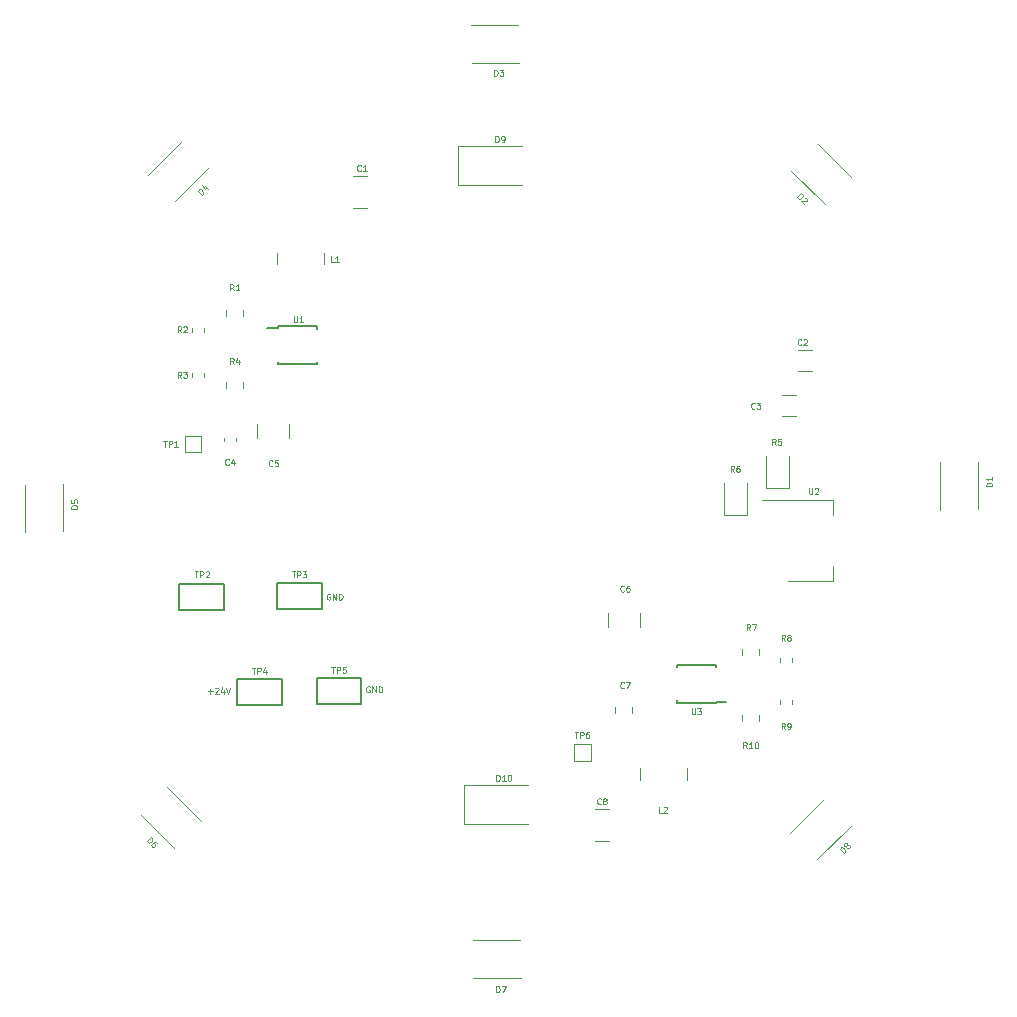
<source format=gto>
G04 #@! TF.GenerationSoftware,KiCad,Pcbnew,(5.0.0)*
G04 #@! TF.CreationDate,2019-01-27T21:53:57-08:00*
G04 #@! TF.ProjectId,Lannister_coaster,4C616E6E69737465725F636F61737465,rev?*
G04 #@! TF.SameCoordinates,Original*
G04 #@! TF.FileFunction,Legend,Top*
G04 #@! TF.FilePolarity,Positive*
%FSLAX46Y46*%
G04 Gerber Fmt 4.6, Leading zero omitted, Abs format (unit mm)*
G04 Created by KiCad (PCBNEW (5.0.0)) date 01/27/19 21:53:57*
%MOMM*%
%LPD*%
G01*
G04 APERTURE LIST*
%ADD10C,0.076200*%
%ADD11C,0.120000*%
%ADD12C,0.150000*%
%ADD13C,0.101600*%
G04 APERTURE END LIST*
D10*
X114878152Y-124039085D02*
X115265200Y-124039085D01*
X115071676Y-124232609D02*
X115071676Y-123845561D01*
X115482914Y-123772990D02*
X115507104Y-123748800D01*
X115555485Y-123724609D01*
X115676438Y-123724609D01*
X115724819Y-123748800D01*
X115749009Y-123772990D01*
X115773200Y-123821371D01*
X115773200Y-123869752D01*
X115749009Y-123942323D01*
X115458723Y-124232609D01*
X115773200Y-124232609D01*
X116208628Y-123893942D02*
X116208628Y-124232609D01*
X116087676Y-123700419D02*
X115966723Y-124063276D01*
X116281200Y-124063276D01*
X116402152Y-123724609D02*
X116571485Y-124232609D01*
X116740819Y-123724609D01*
X125190552Y-115798600D02*
X125142171Y-115774409D01*
X125069600Y-115774409D01*
X124997028Y-115798600D01*
X124948647Y-115846980D01*
X124924457Y-115895361D01*
X124900266Y-115992123D01*
X124900266Y-116064695D01*
X124924457Y-116161457D01*
X124948647Y-116209838D01*
X124997028Y-116258219D01*
X125069600Y-116282409D01*
X125117980Y-116282409D01*
X125190552Y-116258219D01*
X125214742Y-116234028D01*
X125214742Y-116064695D01*
X125117980Y-116064695D01*
X125432457Y-116282409D02*
X125432457Y-115774409D01*
X125722742Y-116282409D01*
X125722742Y-115774409D01*
X125964647Y-116282409D02*
X125964647Y-115774409D01*
X126085600Y-115774409D01*
X126158171Y-115798600D01*
X126206552Y-115846980D01*
X126230742Y-115895361D01*
X126254933Y-115992123D01*
X126254933Y-116064695D01*
X126230742Y-116161457D01*
X126206552Y-116209838D01*
X126158171Y-116258219D01*
X126085600Y-116282409D01*
X125964647Y-116282409D01*
X128543352Y-123647200D02*
X128494971Y-123623009D01*
X128422400Y-123623009D01*
X128349828Y-123647200D01*
X128301447Y-123695580D01*
X128277257Y-123743961D01*
X128253066Y-123840723D01*
X128253066Y-123913295D01*
X128277257Y-124010057D01*
X128301447Y-124058438D01*
X128349828Y-124106819D01*
X128422400Y-124131009D01*
X128470780Y-124131009D01*
X128543352Y-124106819D01*
X128567542Y-124082628D01*
X128567542Y-123913295D01*
X128470780Y-123913295D01*
X128785257Y-124131009D02*
X128785257Y-123623009D01*
X129075542Y-124131009D01*
X129075542Y-123623009D01*
X129317447Y-124131009D02*
X129317447Y-123623009D01*
X129438400Y-123623009D01*
X129510971Y-123647200D01*
X129559352Y-123695580D01*
X129583542Y-123743961D01*
X129607733Y-123840723D01*
X129607733Y-123913295D01*
X129583542Y-124010057D01*
X129559352Y-124058438D01*
X129510971Y-124106819D01*
X129438400Y-124131009D01*
X129317447Y-124131009D01*
D11*
G04 #@! TO.C,D1*
X176835000Y-104668500D02*
X176835000Y-108668500D01*
X180035000Y-104618500D02*
X180035000Y-108618500D01*
G04 #@! TO.C,D10*
X136554000Y-131954000D02*
X141954000Y-131954000D01*
X136554000Y-135254000D02*
X141954000Y-135254000D01*
X136554000Y-131954000D02*
X136554000Y-135254000D01*
G04 #@! TO.C,D9*
X136014000Y-77852000D02*
X136014000Y-81152000D01*
X136014000Y-81152000D02*
X141414000Y-81152000D01*
X136014000Y-77852000D02*
X141414000Y-77852000D01*
G04 #@! TO.C,C3*
X163481936Y-100732000D02*
X164686064Y-100732000D01*
X163481936Y-98912000D02*
X164686064Y-98912000D01*
G04 #@! TO.C,C2*
X164777336Y-95102000D02*
X165981464Y-95102000D01*
X164777336Y-96922000D02*
X165981464Y-96922000D01*
G04 #@! TO.C,R5*
X164028000Y-106841000D02*
X164028000Y-104156000D01*
X162108000Y-106841000D02*
X164028000Y-106841000D01*
X162108000Y-104156000D02*
X162108000Y-106841000D01*
G04 #@! TO.C,R6*
X158552000Y-106442000D02*
X158552000Y-109127000D01*
X158552000Y-109127000D02*
X160472000Y-109127000D01*
X160472000Y-109127000D02*
X160472000Y-106442000D01*
G04 #@! TO.C,U2*
X167772000Y-114662000D02*
X167772000Y-113402000D01*
X167772000Y-107842000D02*
X167772000Y-109102000D01*
X164012000Y-114662000D02*
X167772000Y-114662000D01*
X161762000Y-107842000D02*
X167772000Y-107842000D01*
D12*
G04 #@! TO.C,TP3*
X120705800Y-117101800D02*
X120705800Y-114901800D01*
X124505800Y-117101800D02*
X120705800Y-117101800D01*
X124505800Y-114901800D02*
X124505800Y-117101800D01*
X120705800Y-114901800D02*
X124505800Y-114901800D01*
G04 #@! TO.C,TP5*
X124058600Y-122877400D02*
X127858600Y-122877400D01*
X127858600Y-122877400D02*
X127858600Y-125077400D01*
X127858600Y-125077400D02*
X124058600Y-125077400D01*
X124058600Y-125077400D02*
X124058600Y-122877400D01*
G04 #@! TO.C,TP2*
X112400000Y-117178000D02*
X112400000Y-114978000D01*
X116200000Y-117178000D02*
X112400000Y-117178000D01*
X116200000Y-114978000D02*
X116200000Y-117178000D01*
X112400000Y-114978000D02*
X116200000Y-114978000D01*
G04 #@! TO.C,TP4*
X117327600Y-122979000D02*
X121127600Y-122979000D01*
X121127600Y-122979000D02*
X121127600Y-125179000D01*
X121127600Y-125179000D02*
X117327600Y-125179000D01*
X117327600Y-125179000D02*
X117327600Y-122979000D01*
D11*
G04 #@! TO.C,TP1*
X112914200Y-103798600D02*
X112914200Y-102398600D01*
X114314200Y-103798600D02*
X112914200Y-103798600D01*
X114314200Y-102398600D02*
X114314200Y-103798600D01*
X112914200Y-102398600D02*
X114314200Y-102398600D01*
G04 #@! TO.C,TP6*
X145858000Y-128509800D02*
X147258000Y-128509800D01*
X147258000Y-128509800D02*
X147258000Y-129909800D01*
X147258000Y-129909800D02*
X145858000Y-129909800D01*
X145858000Y-129909800D02*
X145858000Y-128509800D01*
G04 #@! TO.C,R8*
X164340000Y-121549279D02*
X164340000Y-121223721D01*
X163320000Y-121549279D02*
X163320000Y-121223721D01*
G04 #@! TO.C,R2*
X113536000Y-93634779D02*
X113536000Y-93309221D01*
X114556000Y-93634779D02*
X114556000Y-93309221D01*
G04 #@! TO.C,R3*
X113536000Y-97119221D02*
X113536000Y-97444779D01*
X114556000Y-97119221D02*
X114556000Y-97444779D01*
G04 #@! TO.C,R9*
X164340000Y-124779721D02*
X164340000Y-125105279D01*
X163320000Y-124779721D02*
X163320000Y-125105279D01*
G04 #@! TO.C,C4*
X117223000Y-102554721D02*
X117223000Y-102880279D01*
X116203000Y-102554721D02*
X116203000Y-102880279D01*
G04 #@! TO.C,D6*
X114232948Y-135008002D02*
X111404521Y-132179575D01*
X112005561Y-137306099D02*
X109177134Y-134477672D01*
G04 #@! TO.C,C7*
X150773200Y-125367522D02*
X150773200Y-125884678D01*
X149353200Y-125367522D02*
X149353200Y-125884678D01*
G04 #@! TO.C,C5*
X119036000Y-101381936D02*
X119036000Y-102586064D01*
X121756000Y-101381936D02*
X121756000Y-102586064D01*
G04 #@! TO.C,C6*
X148754000Y-118582064D02*
X148754000Y-117377936D01*
X151474000Y-118582064D02*
X151474000Y-117377936D01*
G04 #@! TO.C,C1*
X128364064Y-80428000D02*
X127159936Y-80428000D01*
X128364064Y-83148000D02*
X127159936Y-83148000D01*
G04 #@! TO.C,C8*
X147603936Y-134022000D02*
X148808064Y-134022000D01*
X147603936Y-136742000D02*
X148808064Y-136742000D01*
G04 #@! TO.C,L2*
X155426000Y-131541000D02*
X155426000Y-130561000D01*
X151406000Y-131541000D02*
X151406000Y-130561000D01*
G04 #@! TO.C,L1*
X124692000Y-86899000D02*
X124692000Y-87879000D01*
X120672000Y-86899000D02*
X120672000Y-87879000D01*
G04 #@! TO.C,D3*
X141199979Y-70815000D02*
X137199979Y-70815000D01*
X141149979Y-67615000D02*
X137149979Y-67615000D01*
G04 #@! TO.C,D5*
X99365000Y-106559996D02*
X99365000Y-110559996D01*
X102565000Y-106509996D02*
X102565000Y-110509996D01*
G04 #@! TO.C,D4*
X114930583Y-79686359D02*
X112102156Y-82514786D01*
X112632486Y-77458972D02*
X109804059Y-80287399D01*
G04 #@! TO.C,D2*
X169300340Y-80503811D02*
X166471913Y-77675384D01*
X167072953Y-82801908D02*
X164244526Y-79973481D01*
G04 #@! TO.C,D7*
X141327005Y-148285000D02*
X137327005Y-148285000D01*
X141277005Y-145085000D02*
X137277005Y-145085000D01*
G04 #@! TO.C,D8*
X169285949Y-135414671D02*
X166457522Y-138243098D01*
X166987852Y-133187284D02*
X164159425Y-136015711D01*
D12*
G04 #@! TO.C,U1*
X120803000Y-93242000D02*
X119878000Y-93242000D01*
X120803000Y-96367000D02*
X124053000Y-96367000D01*
X120803000Y-93117000D02*
X124053000Y-93117000D01*
X120803000Y-96367000D02*
X120803000Y-96152000D01*
X124053000Y-96367000D02*
X124053000Y-96152000D01*
X124053000Y-93117000D02*
X124053000Y-93332000D01*
X120803000Y-93117000D02*
X120803000Y-93242000D01*
G04 #@! TO.C,U3*
X157835000Y-125031000D02*
X157835000Y-124906000D01*
X154585000Y-125031000D02*
X154585000Y-124816000D01*
X154585000Y-121781000D02*
X154585000Y-121996000D01*
X157835000Y-121781000D02*
X157835000Y-121996000D01*
X157835000Y-125031000D02*
X154585000Y-125031000D01*
X157835000Y-121781000D02*
X154585000Y-121781000D01*
X157835000Y-124906000D02*
X158760000Y-124906000D01*
D11*
G04 #@! TO.C,R1*
X117804000Y-92285078D02*
X117804000Y-91767922D01*
X116384000Y-92285078D02*
X116384000Y-91767922D01*
G04 #@! TO.C,R10*
X161492000Y-126057922D02*
X161492000Y-126575078D01*
X160072000Y-126057922D02*
X160072000Y-126575078D01*
G04 #@! TO.C,R4*
X116384000Y-97863922D02*
X116384000Y-98381078D01*
X117804000Y-97863922D02*
X117804000Y-98381078D01*
G04 #@! TO.C,R7*
X160072000Y-120987078D02*
X160072000Y-120469922D01*
X161492000Y-120987078D02*
X161492000Y-120469922D01*
G04 #@! TO.C,D1*
D13*
X181264809Y-106673452D02*
X180756809Y-106673452D01*
X180756809Y-106552500D01*
X180781000Y-106479928D01*
X180829380Y-106431547D01*
X180877761Y-106407357D01*
X180974523Y-106383166D01*
X181047095Y-106383166D01*
X181143857Y-106407357D01*
X181192238Y-106431547D01*
X181240619Y-106479928D01*
X181264809Y-106552500D01*
X181264809Y-106673452D01*
X181264809Y-105899357D02*
X181264809Y-106189642D01*
X181264809Y-106044500D02*
X180756809Y-106044500D01*
X180829380Y-106092880D01*
X180877761Y-106141261D01*
X180901952Y-106189642D01*
G04 #@! TO.C,D10*
X139286342Y-131624009D02*
X139286342Y-131116009D01*
X139407295Y-131116009D01*
X139479866Y-131140200D01*
X139528247Y-131188580D01*
X139552438Y-131236961D01*
X139576628Y-131333723D01*
X139576628Y-131406295D01*
X139552438Y-131503057D01*
X139528247Y-131551438D01*
X139479866Y-131599819D01*
X139407295Y-131624009D01*
X139286342Y-131624009D01*
X140060438Y-131624009D02*
X139770152Y-131624009D01*
X139915295Y-131624009D02*
X139915295Y-131116009D01*
X139866914Y-131188580D01*
X139818533Y-131236961D01*
X139770152Y-131261152D01*
X140374914Y-131116009D02*
X140423295Y-131116009D01*
X140471676Y-131140200D01*
X140495866Y-131164390D01*
X140520057Y-131212771D01*
X140544247Y-131309533D01*
X140544247Y-131430485D01*
X140520057Y-131527247D01*
X140495866Y-131575628D01*
X140471676Y-131599819D01*
X140423295Y-131624009D01*
X140374914Y-131624009D01*
X140326533Y-131599819D01*
X140302342Y-131575628D01*
X140278152Y-131527247D01*
X140253961Y-131430485D01*
X140253961Y-131309533D01*
X140278152Y-131212771D01*
X140302342Y-131164390D01*
X140326533Y-131140200D01*
X140374914Y-131116009D01*
G04 #@! TO.C,D9*
X139198047Y-77547409D02*
X139198047Y-77039409D01*
X139319000Y-77039409D01*
X139391571Y-77063600D01*
X139439952Y-77111980D01*
X139464142Y-77160361D01*
X139488333Y-77257123D01*
X139488333Y-77329695D01*
X139464142Y-77426457D01*
X139439952Y-77474838D01*
X139391571Y-77523219D01*
X139319000Y-77547409D01*
X139198047Y-77547409D01*
X139730238Y-77547409D02*
X139827000Y-77547409D01*
X139875380Y-77523219D01*
X139899571Y-77499028D01*
X139947952Y-77426457D01*
X139972142Y-77329695D01*
X139972142Y-77136171D01*
X139947952Y-77087790D01*
X139923761Y-77063600D01*
X139875380Y-77039409D01*
X139778619Y-77039409D01*
X139730238Y-77063600D01*
X139706047Y-77087790D01*
X139681857Y-77136171D01*
X139681857Y-77257123D01*
X139706047Y-77305504D01*
X139730238Y-77329695D01*
X139778619Y-77353885D01*
X139875380Y-77353885D01*
X139923761Y-77329695D01*
X139947952Y-77305504D01*
X139972142Y-77257123D01*
G04 #@! TO.C,C3*
X161154533Y-100079628D02*
X161130342Y-100103819D01*
X161057771Y-100128009D01*
X161009390Y-100128009D01*
X160936819Y-100103819D01*
X160888438Y-100055438D01*
X160864247Y-100007057D01*
X160840057Y-99910295D01*
X160840057Y-99837723D01*
X160864247Y-99740961D01*
X160888438Y-99692580D01*
X160936819Y-99644200D01*
X161009390Y-99620009D01*
X161057771Y-99620009D01*
X161130342Y-99644200D01*
X161154533Y-99668390D01*
X161323866Y-99620009D02*
X161638342Y-99620009D01*
X161469009Y-99813533D01*
X161541580Y-99813533D01*
X161589961Y-99837723D01*
X161614152Y-99861914D01*
X161638342Y-99910295D01*
X161638342Y-100031247D01*
X161614152Y-100079628D01*
X161589961Y-100103819D01*
X161541580Y-100128009D01*
X161396438Y-100128009D01*
X161348057Y-100103819D01*
X161323866Y-100079628D01*
G04 #@! TO.C,C2*
X165091533Y-94669428D02*
X165067342Y-94693619D01*
X164994771Y-94717809D01*
X164946390Y-94717809D01*
X164873819Y-94693619D01*
X164825438Y-94645238D01*
X164801247Y-94596857D01*
X164777057Y-94500095D01*
X164777057Y-94427523D01*
X164801247Y-94330761D01*
X164825438Y-94282380D01*
X164873819Y-94234000D01*
X164946390Y-94209809D01*
X164994771Y-94209809D01*
X165067342Y-94234000D01*
X165091533Y-94258190D01*
X165285057Y-94258190D02*
X165309247Y-94234000D01*
X165357628Y-94209809D01*
X165478580Y-94209809D01*
X165526961Y-94234000D01*
X165551152Y-94258190D01*
X165575342Y-94306571D01*
X165575342Y-94354952D01*
X165551152Y-94427523D01*
X165260866Y-94717809D01*
X165575342Y-94717809D01*
G04 #@! TO.C,R5*
X162932533Y-103176009D02*
X162763200Y-102934104D01*
X162642247Y-103176009D02*
X162642247Y-102668009D01*
X162835771Y-102668009D01*
X162884152Y-102692200D01*
X162908342Y-102716390D01*
X162932533Y-102764771D01*
X162932533Y-102837342D01*
X162908342Y-102885723D01*
X162884152Y-102909914D01*
X162835771Y-102934104D01*
X162642247Y-102934104D01*
X163392152Y-102668009D02*
X163150247Y-102668009D01*
X163126057Y-102909914D01*
X163150247Y-102885723D01*
X163198628Y-102861533D01*
X163319580Y-102861533D01*
X163367961Y-102885723D01*
X163392152Y-102909914D01*
X163416342Y-102958295D01*
X163416342Y-103079247D01*
X163392152Y-103127628D01*
X163367961Y-103151819D01*
X163319580Y-103176009D01*
X163198628Y-103176009D01*
X163150247Y-103151819D01*
X163126057Y-103127628D01*
G04 #@! TO.C,R6*
X159401933Y-105462009D02*
X159232600Y-105220104D01*
X159111647Y-105462009D02*
X159111647Y-104954009D01*
X159305171Y-104954009D01*
X159353552Y-104978200D01*
X159377742Y-105002390D01*
X159401933Y-105050771D01*
X159401933Y-105123342D01*
X159377742Y-105171723D01*
X159353552Y-105195914D01*
X159305171Y-105220104D01*
X159111647Y-105220104D01*
X159837361Y-104954009D02*
X159740600Y-104954009D01*
X159692219Y-104978200D01*
X159668028Y-105002390D01*
X159619647Y-105074961D01*
X159595457Y-105171723D01*
X159595457Y-105365247D01*
X159619647Y-105413628D01*
X159643838Y-105437819D01*
X159692219Y-105462009D01*
X159788980Y-105462009D01*
X159837361Y-105437819D01*
X159861552Y-105413628D01*
X159885742Y-105365247D01*
X159885742Y-105244295D01*
X159861552Y-105195914D01*
X159837361Y-105171723D01*
X159788980Y-105147533D01*
X159692219Y-105147533D01*
X159643838Y-105171723D01*
X159619647Y-105195914D01*
X159595457Y-105244295D01*
G04 #@! TO.C,U2*
X165754352Y-106833609D02*
X165754352Y-107244847D01*
X165778542Y-107293228D01*
X165802733Y-107317419D01*
X165851114Y-107341609D01*
X165947876Y-107341609D01*
X165996257Y-107317419D01*
X166020447Y-107293228D01*
X166044638Y-107244847D01*
X166044638Y-106833609D01*
X166262352Y-106881990D02*
X166286542Y-106857800D01*
X166334923Y-106833609D01*
X166455876Y-106833609D01*
X166504257Y-106857800D01*
X166528447Y-106881990D01*
X166552638Y-106930371D01*
X166552638Y-106978752D01*
X166528447Y-107051323D01*
X166238161Y-107341609D01*
X166552638Y-107341609D01*
G04 #@! TO.C,TP3*
X121964752Y-113894809D02*
X122255038Y-113894809D01*
X122109895Y-114402809D02*
X122109895Y-113894809D01*
X122424371Y-114402809D02*
X122424371Y-113894809D01*
X122617895Y-113894809D01*
X122666276Y-113919000D01*
X122690466Y-113943190D01*
X122714657Y-113991571D01*
X122714657Y-114064142D01*
X122690466Y-114112523D01*
X122666276Y-114136714D01*
X122617895Y-114160904D01*
X122424371Y-114160904D01*
X122883990Y-113894809D02*
X123198466Y-113894809D01*
X123029133Y-114088333D01*
X123101704Y-114088333D01*
X123150085Y-114112523D01*
X123174276Y-114136714D01*
X123198466Y-114185095D01*
X123198466Y-114306047D01*
X123174276Y-114354428D01*
X123150085Y-114378619D01*
X123101704Y-114402809D01*
X122956561Y-114402809D01*
X122908180Y-114378619D01*
X122883990Y-114354428D01*
G04 #@! TO.C,TP5*
X125317552Y-121972009D02*
X125607838Y-121972009D01*
X125462695Y-122480009D02*
X125462695Y-121972009D01*
X125777171Y-122480009D02*
X125777171Y-121972009D01*
X125970695Y-121972009D01*
X126019076Y-121996200D01*
X126043266Y-122020390D01*
X126067457Y-122068771D01*
X126067457Y-122141342D01*
X126043266Y-122189723D01*
X126019076Y-122213914D01*
X125970695Y-122238104D01*
X125777171Y-122238104D01*
X126527076Y-121972009D02*
X126285171Y-121972009D01*
X126260980Y-122213914D01*
X126285171Y-122189723D01*
X126333552Y-122165533D01*
X126454504Y-122165533D01*
X126502885Y-122189723D01*
X126527076Y-122213914D01*
X126551266Y-122262295D01*
X126551266Y-122383247D01*
X126527076Y-122431628D01*
X126502885Y-122455819D01*
X126454504Y-122480009D01*
X126333552Y-122480009D01*
X126285171Y-122455819D01*
X126260980Y-122431628D01*
G04 #@! TO.C,TP2*
X113735152Y-113894809D02*
X114025438Y-113894809D01*
X113880295Y-114402809D02*
X113880295Y-113894809D01*
X114194771Y-114402809D02*
X114194771Y-113894809D01*
X114388295Y-113894809D01*
X114436676Y-113919000D01*
X114460866Y-113943190D01*
X114485057Y-113991571D01*
X114485057Y-114064142D01*
X114460866Y-114112523D01*
X114436676Y-114136714D01*
X114388295Y-114160904D01*
X114194771Y-114160904D01*
X114678580Y-113943190D02*
X114702771Y-113919000D01*
X114751152Y-113894809D01*
X114872104Y-113894809D01*
X114920485Y-113919000D01*
X114944676Y-113943190D01*
X114968866Y-113991571D01*
X114968866Y-114039952D01*
X114944676Y-114112523D01*
X114654390Y-114402809D01*
X114968866Y-114402809D01*
G04 #@! TO.C,TP4*
X118586552Y-122048209D02*
X118876838Y-122048209D01*
X118731695Y-122556209D02*
X118731695Y-122048209D01*
X119046171Y-122556209D02*
X119046171Y-122048209D01*
X119239695Y-122048209D01*
X119288076Y-122072400D01*
X119312266Y-122096590D01*
X119336457Y-122144971D01*
X119336457Y-122217542D01*
X119312266Y-122265923D01*
X119288076Y-122290114D01*
X119239695Y-122314304D01*
X119046171Y-122314304D01*
X119771885Y-122217542D02*
X119771885Y-122556209D01*
X119650933Y-122024019D02*
X119529980Y-122386876D01*
X119844457Y-122386876D01*
G04 #@! TO.C,TP1*
X111068152Y-102820409D02*
X111358438Y-102820409D01*
X111213295Y-103328409D02*
X111213295Y-102820409D01*
X111527771Y-103328409D02*
X111527771Y-102820409D01*
X111721295Y-102820409D01*
X111769676Y-102844600D01*
X111793866Y-102868790D01*
X111818057Y-102917171D01*
X111818057Y-102989742D01*
X111793866Y-103038123D01*
X111769676Y-103062314D01*
X111721295Y-103086504D01*
X111527771Y-103086504D01*
X112301866Y-103328409D02*
X112011580Y-103328409D01*
X112156723Y-103328409D02*
X112156723Y-102820409D01*
X112108342Y-102892980D01*
X112059961Y-102941361D01*
X112011580Y-102965552D01*
G04 #@! TO.C,TP6*
X145916952Y-127483609D02*
X146207238Y-127483609D01*
X146062095Y-127991609D02*
X146062095Y-127483609D01*
X146376571Y-127991609D02*
X146376571Y-127483609D01*
X146570095Y-127483609D01*
X146618476Y-127507800D01*
X146642666Y-127531990D01*
X146666857Y-127580371D01*
X146666857Y-127652942D01*
X146642666Y-127701323D01*
X146618476Y-127725514D01*
X146570095Y-127749704D01*
X146376571Y-127749704D01*
X147102285Y-127483609D02*
X147005523Y-127483609D01*
X146957142Y-127507800D01*
X146932952Y-127531990D01*
X146884571Y-127604561D01*
X146860380Y-127701323D01*
X146860380Y-127894847D01*
X146884571Y-127943228D01*
X146908761Y-127967419D01*
X146957142Y-127991609D01*
X147053904Y-127991609D01*
X147102285Y-127967419D01*
X147126476Y-127943228D01*
X147150666Y-127894847D01*
X147150666Y-127773895D01*
X147126476Y-127725514D01*
X147102285Y-127701323D01*
X147053904Y-127677133D01*
X146957142Y-127677133D01*
X146908761Y-127701323D01*
X146884571Y-127725514D01*
X146860380Y-127773895D01*
G04 #@! TO.C,R8*
X163719933Y-119762209D02*
X163550600Y-119520304D01*
X163429647Y-119762209D02*
X163429647Y-119254209D01*
X163623171Y-119254209D01*
X163671552Y-119278400D01*
X163695742Y-119302590D01*
X163719933Y-119350971D01*
X163719933Y-119423542D01*
X163695742Y-119471923D01*
X163671552Y-119496114D01*
X163623171Y-119520304D01*
X163429647Y-119520304D01*
X164010219Y-119471923D02*
X163961838Y-119447733D01*
X163937647Y-119423542D01*
X163913457Y-119375161D01*
X163913457Y-119350971D01*
X163937647Y-119302590D01*
X163961838Y-119278400D01*
X164010219Y-119254209D01*
X164106980Y-119254209D01*
X164155361Y-119278400D01*
X164179552Y-119302590D01*
X164203742Y-119350971D01*
X164203742Y-119375161D01*
X164179552Y-119423542D01*
X164155361Y-119447733D01*
X164106980Y-119471923D01*
X164010219Y-119471923D01*
X163961838Y-119496114D01*
X163937647Y-119520304D01*
X163913457Y-119568685D01*
X163913457Y-119665447D01*
X163937647Y-119713828D01*
X163961838Y-119738019D01*
X164010219Y-119762209D01*
X164106980Y-119762209D01*
X164155361Y-119738019D01*
X164179552Y-119713828D01*
X164203742Y-119665447D01*
X164203742Y-119568685D01*
X164179552Y-119520304D01*
X164155361Y-119496114D01*
X164106980Y-119471923D01*
G04 #@! TO.C,R2*
X112589733Y-93651009D02*
X112420400Y-93409104D01*
X112299447Y-93651009D02*
X112299447Y-93143009D01*
X112492971Y-93143009D01*
X112541352Y-93167200D01*
X112565542Y-93191390D01*
X112589733Y-93239771D01*
X112589733Y-93312342D01*
X112565542Y-93360723D01*
X112541352Y-93384914D01*
X112492971Y-93409104D01*
X112299447Y-93409104D01*
X112783257Y-93191390D02*
X112807447Y-93167200D01*
X112855828Y-93143009D01*
X112976780Y-93143009D01*
X113025161Y-93167200D01*
X113049352Y-93191390D01*
X113073542Y-93239771D01*
X113073542Y-93288152D01*
X113049352Y-93360723D01*
X112759066Y-93651009D01*
X113073542Y-93651009D01*
G04 #@! TO.C,R3*
X112615133Y-97486409D02*
X112445800Y-97244504D01*
X112324847Y-97486409D02*
X112324847Y-96978409D01*
X112518371Y-96978409D01*
X112566752Y-97002600D01*
X112590942Y-97026790D01*
X112615133Y-97075171D01*
X112615133Y-97147742D01*
X112590942Y-97196123D01*
X112566752Y-97220314D01*
X112518371Y-97244504D01*
X112324847Y-97244504D01*
X112784466Y-96978409D02*
X113098942Y-96978409D01*
X112929609Y-97171933D01*
X113002180Y-97171933D01*
X113050561Y-97196123D01*
X113074752Y-97220314D01*
X113098942Y-97268695D01*
X113098942Y-97389647D01*
X113074752Y-97438028D01*
X113050561Y-97462219D01*
X113002180Y-97486409D01*
X112857038Y-97486409D01*
X112808657Y-97462219D01*
X112784466Y-97438028D01*
G04 #@! TO.C,R9*
X163719933Y-127255209D02*
X163550600Y-127013304D01*
X163429647Y-127255209D02*
X163429647Y-126747209D01*
X163623171Y-126747209D01*
X163671552Y-126771400D01*
X163695742Y-126795590D01*
X163719933Y-126843971D01*
X163719933Y-126916542D01*
X163695742Y-126964923D01*
X163671552Y-126989114D01*
X163623171Y-127013304D01*
X163429647Y-127013304D01*
X163961838Y-127255209D02*
X164058600Y-127255209D01*
X164106980Y-127231019D01*
X164131171Y-127206828D01*
X164179552Y-127134257D01*
X164203742Y-127037495D01*
X164203742Y-126843971D01*
X164179552Y-126795590D01*
X164155361Y-126771400D01*
X164106980Y-126747209D01*
X164010219Y-126747209D01*
X163961838Y-126771400D01*
X163937647Y-126795590D01*
X163913457Y-126843971D01*
X163913457Y-126964923D01*
X163937647Y-127013304D01*
X163961838Y-127037495D01*
X164010219Y-127061685D01*
X164106980Y-127061685D01*
X164155361Y-127037495D01*
X164179552Y-127013304D01*
X164203742Y-126964923D01*
G04 #@! TO.C,C4*
X116628333Y-104829428D02*
X116604142Y-104853619D01*
X116531571Y-104877809D01*
X116483190Y-104877809D01*
X116410619Y-104853619D01*
X116362238Y-104805238D01*
X116338047Y-104756857D01*
X116313857Y-104660095D01*
X116313857Y-104587523D01*
X116338047Y-104490761D01*
X116362238Y-104442380D01*
X116410619Y-104394000D01*
X116483190Y-104369809D01*
X116531571Y-104369809D01*
X116604142Y-104394000D01*
X116628333Y-104418190D01*
X117063761Y-104539142D02*
X117063761Y-104877809D01*
X116942809Y-104345619D02*
X116821857Y-104708476D01*
X117136333Y-104708476D01*
G04 #@! TO.C,D6*
X109682883Y-136722634D02*
X110042094Y-136363424D01*
X110127620Y-136448950D01*
X110161830Y-136517371D01*
X110161830Y-136585792D01*
X110144725Y-136637108D01*
X110093409Y-136722634D01*
X110042094Y-136773950D01*
X109956567Y-136825266D01*
X109905252Y-136842371D01*
X109836831Y-136842371D01*
X109768410Y-136808160D01*
X109682883Y-136722634D01*
X110555251Y-136876581D02*
X110486830Y-136808160D01*
X110435514Y-136791055D01*
X110401304Y-136791055D01*
X110315777Y-136808160D01*
X110230251Y-136859476D01*
X110093409Y-136996318D01*
X110076304Y-137047634D01*
X110076304Y-137081844D01*
X110093409Y-137133160D01*
X110161830Y-137201581D01*
X110213146Y-137218686D01*
X110247356Y-137218686D01*
X110298672Y-137201581D01*
X110384198Y-137116055D01*
X110401304Y-137064739D01*
X110401304Y-137030528D01*
X110384198Y-136979213D01*
X110315777Y-136910792D01*
X110264462Y-136893686D01*
X110230251Y-136893686D01*
X110178935Y-136910792D01*
G04 #@! TO.C,C7*
X150080133Y-123727028D02*
X150055942Y-123751219D01*
X149983371Y-123775409D01*
X149934990Y-123775409D01*
X149862419Y-123751219D01*
X149814038Y-123702838D01*
X149789847Y-123654457D01*
X149765657Y-123557695D01*
X149765657Y-123485123D01*
X149789847Y-123388361D01*
X149814038Y-123339980D01*
X149862419Y-123291600D01*
X149934990Y-123267409D01*
X149983371Y-123267409D01*
X150055942Y-123291600D01*
X150080133Y-123315790D01*
X150249466Y-123267409D02*
X150588133Y-123267409D01*
X150370419Y-123775409D01*
G04 #@! TO.C,C5*
X120311333Y-104931028D02*
X120287142Y-104955219D01*
X120214571Y-104979409D01*
X120166190Y-104979409D01*
X120093619Y-104955219D01*
X120045238Y-104906838D01*
X120021047Y-104858457D01*
X119996857Y-104761695D01*
X119996857Y-104689123D01*
X120021047Y-104592361D01*
X120045238Y-104543980D01*
X120093619Y-104495600D01*
X120166190Y-104471409D01*
X120214571Y-104471409D01*
X120287142Y-104495600D01*
X120311333Y-104519790D01*
X120770952Y-104471409D02*
X120529047Y-104471409D01*
X120504857Y-104713314D01*
X120529047Y-104689123D01*
X120577428Y-104664933D01*
X120698380Y-104664933D01*
X120746761Y-104689123D01*
X120770952Y-104713314D01*
X120795142Y-104761695D01*
X120795142Y-104882647D01*
X120770952Y-104931028D01*
X120746761Y-104955219D01*
X120698380Y-104979409D01*
X120577428Y-104979409D01*
X120529047Y-104955219D01*
X120504857Y-104931028D01*
G04 #@! TO.C,C6*
X150080133Y-115548228D02*
X150055942Y-115572419D01*
X149983371Y-115596609D01*
X149934990Y-115596609D01*
X149862419Y-115572419D01*
X149814038Y-115524038D01*
X149789847Y-115475657D01*
X149765657Y-115378895D01*
X149765657Y-115306323D01*
X149789847Y-115209561D01*
X149814038Y-115161180D01*
X149862419Y-115112800D01*
X149934990Y-115088609D01*
X149983371Y-115088609D01*
X150055942Y-115112800D01*
X150080133Y-115136990D01*
X150515561Y-115088609D02*
X150418800Y-115088609D01*
X150370419Y-115112800D01*
X150346228Y-115136990D01*
X150297847Y-115209561D01*
X150273657Y-115306323D01*
X150273657Y-115499847D01*
X150297847Y-115548228D01*
X150322038Y-115572419D01*
X150370419Y-115596609D01*
X150467180Y-115596609D01*
X150515561Y-115572419D01*
X150539752Y-115548228D01*
X150563942Y-115499847D01*
X150563942Y-115378895D01*
X150539752Y-115330514D01*
X150515561Y-115306323D01*
X150467180Y-115282133D01*
X150370419Y-115282133D01*
X150322038Y-115306323D01*
X150297847Y-115330514D01*
X150273657Y-115378895D01*
G04 #@! TO.C,C1*
X127804333Y-79937428D02*
X127780142Y-79961619D01*
X127707571Y-79985809D01*
X127659190Y-79985809D01*
X127586619Y-79961619D01*
X127538238Y-79913238D01*
X127514047Y-79864857D01*
X127489857Y-79768095D01*
X127489857Y-79695523D01*
X127514047Y-79598761D01*
X127538238Y-79550380D01*
X127586619Y-79502000D01*
X127659190Y-79477809D01*
X127707571Y-79477809D01*
X127780142Y-79502000D01*
X127804333Y-79526190D01*
X128288142Y-79985809D02*
X127997857Y-79985809D01*
X128143000Y-79985809D02*
X128143000Y-79477809D01*
X128094619Y-79550380D01*
X128046238Y-79598761D01*
X127997857Y-79622952D01*
G04 #@! TO.C,C8*
X148121333Y-133556828D02*
X148097142Y-133581019D01*
X148024571Y-133605209D01*
X147976190Y-133605209D01*
X147903619Y-133581019D01*
X147855238Y-133532638D01*
X147831047Y-133484257D01*
X147806857Y-133387495D01*
X147806857Y-133314923D01*
X147831047Y-133218161D01*
X147855238Y-133169780D01*
X147903619Y-133121400D01*
X147976190Y-133097209D01*
X148024571Y-133097209D01*
X148097142Y-133121400D01*
X148121333Y-133145590D01*
X148411619Y-133314923D02*
X148363238Y-133290733D01*
X148339047Y-133266542D01*
X148314857Y-133218161D01*
X148314857Y-133193971D01*
X148339047Y-133145590D01*
X148363238Y-133121400D01*
X148411619Y-133097209D01*
X148508380Y-133097209D01*
X148556761Y-133121400D01*
X148580952Y-133145590D01*
X148605142Y-133193971D01*
X148605142Y-133218161D01*
X148580952Y-133266542D01*
X148556761Y-133290733D01*
X148508380Y-133314923D01*
X148411619Y-133314923D01*
X148363238Y-133339114D01*
X148339047Y-133363304D01*
X148314857Y-133411685D01*
X148314857Y-133508447D01*
X148339047Y-133556828D01*
X148363238Y-133581019D01*
X148411619Y-133605209D01*
X148508380Y-133605209D01*
X148556761Y-133581019D01*
X148580952Y-133556828D01*
X148605142Y-133508447D01*
X148605142Y-133411685D01*
X148580952Y-133363304D01*
X148556761Y-133339114D01*
X148508380Y-133314923D01*
G04 #@! TO.C,L2*
X153305933Y-134316409D02*
X153064028Y-134316409D01*
X153064028Y-133808409D01*
X153451076Y-133856790D02*
X153475266Y-133832600D01*
X153523647Y-133808409D01*
X153644600Y-133808409D01*
X153692980Y-133832600D01*
X153717171Y-133856790D01*
X153741361Y-133905171D01*
X153741361Y-133953552D01*
X153717171Y-134026123D01*
X153426885Y-134316409D01*
X153741361Y-134316409D01*
G04 #@! TO.C,L1*
X125492933Y-87682009D02*
X125251028Y-87682009D01*
X125251028Y-87174009D01*
X125928361Y-87682009D02*
X125638076Y-87682009D01*
X125783219Y-87682009D02*
X125783219Y-87174009D01*
X125734838Y-87246580D01*
X125686457Y-87294961D01*
X125638076Y-87319152D01*
G04 #@! TO.C,D3*
X139096447Y-71934009D02*
X139096447Y-71426009D01*
X139217400Y-71426009D01*
X139289971Y-71450200D01*
X139338352Y-71498580D01*
X139362542Y-71546961D01*
X139386733Y-71643723D01*
X139386733Y-71716295D01*
X139362542Y-71813057D01*
X139338352Y-71861438D01*
X139289971Y-71909819D01*
X139217400Y-71934009D01*
X139096447Y-71934009D01*
X139556066Y-71426009D02*
X139870542Y-71426009D01*
X139701209Y-71619533D01*
X139773780Y-71619533D01*
X139822161Y-71643723D01*
X139846352Y-71667914D01*
X139870542Y-71716295D01*
X139870542Y-71837247D01*
X139846352Y-71885628D01*
X139822161Y-71909819D01*
X139773780Y-71934009D01*
X139628638Y-71934009D01*
X139580257Y-71909819D01*
X139556066Y-71885628D01*
G04 #@! TO.C,D5*
X103794809Y-108564948D02*
X103286809Y-108564948D01*
X103286809Y-108443996D01*
X103311000Y-108371424D01*
X103359380Y-108323043D01*
X103407761Y-108298853D01*
X103504523Y-108274662D01*
X103577095Y-108274662D01*
X103673857Y-108298853D01*
X103722238Y-108323043D01*
X103770619Y-108371424D01*
X103794809Y-108443996D01*
X103794809Y-108564948D01*
X103286809Y-107815043D02*
X103286809Y-108056948D01*
X103528714Y-108081138D01*
X103504523Y-108056948D01*
X103480333Y-108008567D01*
X103480333Y-107887615D01*
X103504523Y-107839234D01*
X103528714Y-107815043D01*
X103577095Y-107790853D01*
X103698047Y-107790853D01*
X103746428Y-107815043D01*
X103770619Y-107839234D01*
X103794809Y-107887615D01*
X103794809Y-108008567D01*
X103770619Y-108056948D01*
X103746428Y-108081138D01*
G04 #@! TO.C,D4*
X114347118Y-82009036D02*
X113987908Y-81649825D01*
X114073434Y-81564299D01*
X114141855Y-81530089D01*
X114210276Y-81530089D01*
X114261592Y-81547194D01*
X114347118Y-81598510D01*
X114398434Y-81649825D01*
X114449750Y-81735352D01*
X114466855Y-81786667D01*
X114466855Y-81855088D01*
X114432644Y-81923509D01*
X114347118Y-82009036D01*
X114620802Y-81256405D02*
X114860275Y-81495878D01*
X114398434Y-81205089D02*
X114569486Y-81547194D01*
X114791854Y-81324826D01*
G04 #@! TO.C,D2*
X164750275Y-82218443D02*
X165109486Y-81859233D01*
X165195012Y-81944759D01*
X165229222Y-82013180D01*
X165229222Y-82081601D01*
X165212117Y-82132917D01*
X165160801Y-82218443D01*
X165109486Y-82269759D01*
X165023959Y-82321074D01*
X164972644Y-82338180D01*
X164904223Y-82338180D01*
X164835802Y-82303969D01*
X164750275Y-82218443D01*
X165417380Y-82235548D02*
X165451590Y-82235548D01*
X165502906Y-82252654D01*
X165588432Y-82338180D01*
X165605538Y-82389495D01*
X165605538Y-82423706D01*
X165588432Y-82475022D01*
X165554222Y-82509232D01*
X165485801Y-82543443D01*
X165075275Y-82543443D01*
X165297643Y-82765811D01*
G04 #@! TO.C,D7*
X139272052Y-149514809D02*
X139272052Y-149006809D01*
X139393005Y-149006809D01*
X139465576Y-149031000D01*
X139513957Y-149079380D01*
X139538147Y-149127761D01*
X139562338Y-149224523D01*
X139562338Y-149297095D01*
X139538147Y-149393857D01*
X139513957Y-149442238D01*
X139465576Y-149490619D01*
X139393005Y-149514809D01*
X139272052Y-149514809D01*
X139731671Y-149006809D02*
X140070338Y-149006809D01*
X139852624Y-149514809D01*
G04 #@! TO.C,D8*
X168702484Y-137737348D02*
X168343274Y-137378137D01*
X168428800Y-137292611D01*
X168497221Y-137258401D01*
X168565642Y-137258401D01*
X168616958Y-137275506D01*
X168702484Y-137326822D01*
X168753800Y-137378137D01*
X168805115Y-137463664D01*
X168822221Y-137514979D01*
X168822221Y-137583400D01*
X168788010Y-137651821D01*
X168702484Y-137737348D01*
X168907747Y-137121559D02*
X168856431Y-137138664D01*
X168822221Y-137138664D01*
X168770905Y-137121559D01*
X168753800Y-137104454D01*
X168736695Y-137053138D01*
X168736695Y-137018927D01*
X168753800Y-136967612D01*
X168822221Y-136899191D01*
X168873536Y-136882085D01*
X168907747Y-136882085D01*
X168959063Y-136899191D01*
X168976168Y-136916296D01*
X168993273Y-136967612D01*
X168993273Y-137001822D01*
X168976168Y-137053138D01*
X168907747Y-137121559D01*
X168890642Y-137172875D01*
X168890642Y-137207085D01*
X168907747Y-137258401D01*
X168976168Y-137326822D01*
X169027484Y-137343927D01*
X169061694Y-137343927D01*
X169113010Y-137326822D01*
X169181431Y-137258401D01*
X169198536Y-137207085D01*
X169198536Y-137172875D01*
X169181431Y-137121559D01*
X169113010Y-137053138D01*
X169061694Y-137036033D01*
X169027484Y-137036033D01*
X168976168Y-137053138D01*
G04 #@! TO.C,U1*
X122117152Y-92304809D02*
X122117152Y-92716047D01*
X122141342Y-92764428D01*
X122165533Y-92788619D01*
X122213914Y-92812809D01*
X122310676Y-92812809D01*
X122359057Y-92788619D01*
X122383247Y-92764428D01*
X122407438Y-92716047D01*
X122407438Y-92304809D01*
X122915438Y-92812809D02*
X122625152Y-92812809D01*
X122770295Y-92812809D02*
X122770295Y-92304809D01*
X122721914Y-92377380D01*
X122673533Y-92425761D01*
X122625152Y-92449952D01*
G04 #@! TO.C,U3*
X155822952Y-125477209D02*
X155822952Y-125888447D01*
X155847142Y-125936828D01*
X155871333Y-125961019D01*
X155919714Y-125985209D01*
X156016476Y-125985209D01*
X156064857Y-125961019D01*
X156089047Y-125936828D01*
X156113238Y-125888447D01*
X156113238Y-125477209D01*
X156306761Y-125477209D02*
X156621238Y-125477209D01*
X156451904Y-125670733D01*
X156524476Y-125670733D01*
X156572857Y-125694923D01*
X156597047Y-125719114D01*
X156621238Y-125767495D01*
X156621238Y-125888447D01*
X156597047Y-125936828D01*
X156572857Y-125961019D01*
X156524476Y-125985209D01*
X156379333Y-125985209D01*
X156330952Y-125961019D01*
X156306761Y-125936828D01*
G04 #@! TO.C,R1*
X117034733Y-90095009D02*
X116865400Y-89853104D01*
X116744447Y-90095009D02*
X116744447Y-89587009D01*
X116937971Y-89587009D01*
X116986352Y-89611200D01*
X117010542Y-89635390D01*
X117034733Y-89683771D01*
X117034733Y-89756342D01*
X117010542Y-89804723D01*
X116986352Y-89828914D01*
X116937971Y-89853104D01*
X116744447Y-89853104D01*
X117518542Y-90095009D02*
X117228257Y-90095009D01*
X117373400Y-90095009D02*
X117373400Y-89587009D01*
X117325019Y-89659580D01*
X117276638Y-89707961D01*
X117228257Y-89732152D01*
G04 #@! TO.C,R10*
X160480828Y-128855409D02*
X160311495Y-128613504D01*
X160190542Y-128855409D02*
X160190542Y-128347409D01*
X160384066Y-128347409D01*
X160432447Y-128371600D01*
X160456638Y-128395790D01*
X160480828Y-128444171D01*
X160480828Y-128516742D01*
X160456638Y-128565123D01*
X160432447Y-128589314D01*
X160384066Y-128613504D01*
X160190542Y-128613504D01*
X160964638Y-128855409D02*
X160674352Y-128855409D01*
X160819495Y-128855409D02*
X160819495Y-128347409D01*
X160771114Y-128419980D01*
X160722733Y-128468361D01*
X160674352Y-128492552D01*
X161279114Y-128347409D02*
X161327495Y-128347409D01*
X161375876Y-128371600D01*
X161400066Y-128395790D01*
X161424257Y-128444171D01*
X161448447Y-128540933D01*
X161448447Y-128661885D01*
X161424257Y-128758647D01*
X161400066Y-128807028D01*
X161375876Y-128831219D01*
X161327495Y-128855409D01*
X161279114Y-128855409D01*
X161230733Y-128831219D01*
X161206542Y-128807028D01*
X161182352Y-128758647D01*
X161158161Y-128661885D01*
X161158161Y-128540933D01*
X161182352Y-128444171D01*
X161206542Y-128395790D01*
X161230733Y-128371600D01*
X161279114Y-128347409D01*
G04 #@! TO.C,R4*
X117034733Y-96343409D02*
X116865400Y-96101504D01*
X116744447Y-96343409D02*
X116744447Y-95835409D01*
X116937971Y-95835409D01*
X116986352Y-95859600D01*
X117010542Y-95883790D01*
X117034733Y-95932171D01*
X117034733Y-96004742D01*
X117010542Y-96053123D01*
X116986352Y-96077314D01*
X116937971Y-96101504D01*
X116744447Y-96101504D01*
X117470161Y-96004742D02*
X117470161Y-96343409D01*
X117349209Y-95811219D02*
X117228257Y-96174076D01*
X117542733Y-96174076D01*
G04 #@! TO.C,R7*
X160773533Y-118873209D02*
X160604200Y-118631304D01*
X160483247Y-118873209D02*
X160483247Y-118365209D01*
X160676771Y-118365209D01*
X160725152Y-118389400D01*
X160749342Y-118413590D01*
X160773533Y-118461971D01*
X160773533Y-118534542D01*
X160749342Y-118582923D01*
X160725152Y-118607114D01*
X160676771Y-118631304D01*
X160483247Y-118631304D01*
X160942866Y-118365209D02*
X161281533Y-118365209D01*
X161063819Y-118873209D01*
G04 #@! TD*
M02*

</source>
